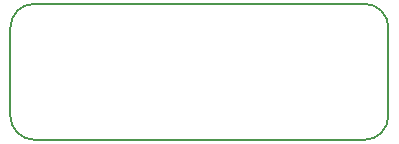
<source format=gm1>
G04 #@! TF.FileFunction,Profile,NP*
%FSLAX46Y46*%
G04 Gerber Fmt 4.6, Leading zero omitted, Abs format (unit mm)*
G04 Created by KiCad (PCBNEW 4.0.6-e0-6349~53~ubuntu16.04.1) date Wed May  3 10:51:49 2017*
%MOMM*%
%LPD*%
G01*
G04 APERTURE LIST*
%ADD10C,0.100000*%
%ADD11C,0.150000*%
G04 APERTURE END LIST*
D10*
D11*
X2000000Y11500000D02*
G75*
G03X0Y9500000I0J-2000000D01*
G01*
X0Y2000000D02*
G75*
G03X2000000Y0I2000000J0D01*
G01*
X32000000Y9500000D02*
G75*
G03X30000000Y11500000I-2000000J0D01*
G01*
X30000000Y0D02*
G75*
G03X32000000Y2000000I0J2000000D01*
G01*
X2000000Y0D02*
X30000000Y0D01*
X30000000Y11500000D02*
X2000000Y11500000D01*
X32000000Y2000000D02*
X32000000Y9500000D01*
X0Y2000000D02*
X0Y9500000D01*
M02*

</source>
